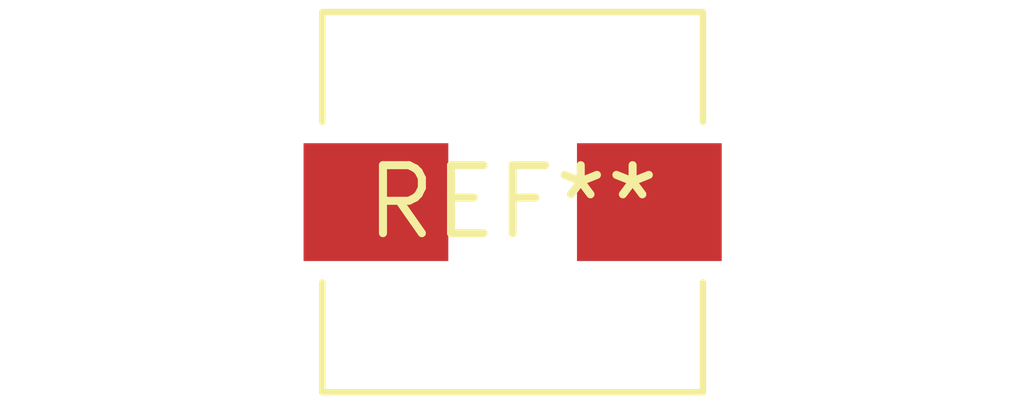
<source format=kicad_pcb>
(kicad_pcb (version 20240108) (generator pcbnew)
  (layers (0 "F.Cu" signal) (31 "B.Cu" signal) (34 "B.Paste" user) (35 "F.Paste" user) (36 "B.SilkS" user "B.Silkscreen") (37 "F.SilkS" user "F.Silkscreen") (38 "B.Mask" user) (39 "F.Mask" user) (44 "Edge.Cuts" user))
  (net 0 "")
  (footprint "L_Wuerth_HCI-7040" (layer "F.Cu") (at 0 0)
    (property "Reference" "REF**")
    (property "Value" "L_Wuerth_HCI-7040")
    (fp_line (start -3.55 -3.55) (end 3.55 -3.55) (layer "F.SilkS") (stroke (width 0.12)))
    (fp_line (start -3.55 -1.5) (end -3.55 -3.55) (layer "F.SilkS") (stroke (width 0.12)))
    (fp_line (start -3.55 1.5) (end -3.55 3.55) (layer "F.SilkS") (stroke (width 0.12)))
    (fp_line (start -3.55 3.55) (end 3.55 3.55) (layer "F.SilkS") (stroke (width 0.12)))
    (fp_line (start 3.55 -3.55) (end 3.55 -1.5) (layer "F.SilkS") (stroke (width 0.12)))
    (fp_line (start 3.55 3.55) (end 3.55 1.5) (layer "F.SilkS") (stroke (width 0.12)))
    (pad "1" smd rect (at -2.55 0) (size 2.7 2.2) (layers "F.Cu" "F.Paste" "F.Mask"))
    (pad "2" smd rect (at 2.55 0) (size 2.7 2.2) (layers "F.Cu" "F.Paste" "F.Mask"))
  )
)
</source>
